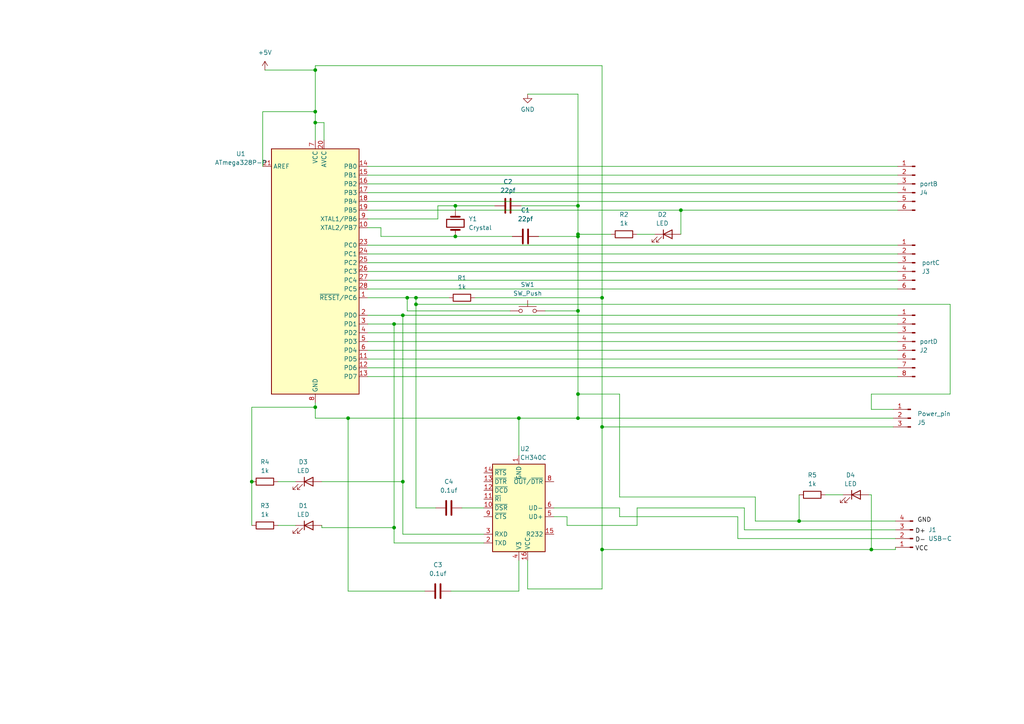
<source format=kicad_sch>
(kicad_sch (version 20230121) (generator eeschema)
  (paper "A4")
  (lib_symbols
    (symbol "Connector:Conn_01x03_Pin" (pin_names (offset 1.016) hide)
      (property "Reference" "J" (at 0 5.08 0))
      (property "Value" "Conn_01x03_Pin" (at 0 -5.08 0))
      (symbol "Conn_01x03_Pin_1_1"
        (polyline (pts (xy 1.27 -2.54) (xy 0.8636 -2.54)) (stroke (width 0.1524)))
        (polyline (pts (xy 1.27 0) (xy 0.8636 0)) (stroke (width 0.1524)))
        (polyline (pts (xy 1.27 2.54) (xy 0.8636 2.54)) (stroke (width 0.1524)))
        (rectangle (start 0.8636 -2.413) (end 0 -2.667) (stroke (width 0.1524)) (fill (type outline)))
        (rectangle (start 0.8636 0.127) (end 0 -0.127) (stroke (width 0.1524)) (fill (type outline)))
        (rectangle (start 0.8636 2.667) (end 0 2.413) (stroke (width 0.1524)) (fill (type outline)))
        (pin passive line (at 5.08 2.54 180) (length 3.81) (name "Pin_1") (number "1"))
        (pin passive line (at 5.08 0 180) (length 3.81) (name "Pin_2") (number "2"))
        (pin passive line (at 5.08 -2.54 180) (length 3.81) (name "Pin_3") (number "3"))
      )
    )
    (symbol "Connector:Conn_01x04_Pin" (pin_names (offset 1.016) hide)
      (property "Reference" "J" (at 0 5.08 0))
      (property "Value" "Conn_01x04_Pin" (at 0 -7.62 0))
      (symbol "Conn_01x04_Pin_1_1"
        (polyline (pts (xy 1.27 -5.08) (xy 0.8636 -5.08)) (stroke (width 0.1524)))
        (polyline (pts (xy 1.27 -2.54) (xy 0.8636 -2.54)) (stroke (width 0.1524)))
        (polyline (pts (xy 1.27 0) (xy 0.8636 0)) (stroke (width 0.1524)))
        (polyline (pts (xy 1.27 2.54) (xy 0.8636 2.54)) (stroke (width 0.1524)))
        (rectangle (start 0.8636 -4.953) (end 0 -5.207) (stroke (width 0.1524)) (fill (type outline)))
        (rectangle (start 0.8636 -2.413) (end 0 -2.667) (stroke (width 0.1524)) (fill (type outline)))
        (rectangle (start 0.8636 0.127) (end 0 -0.127) (stroke (width 0.1524)) (fill (type outline)))
        (rectangle (start 0.8636 2.667) (end 0 2.413) (stroke (width 0.1524)) (fill (type outline)))
        (pin passive line (at 5.08 2.54 180) (length 3.81) (name "Pin_1") (number "1"))
        (pin passive line (at 5.08 0 180) (length 3.81) (name "Pin_2") (number "2"))
        (pin passive line (at 5.08 -2.54 180) (length 3.81) (name "Pin_3") (number "3"))
        (pin passive line (at 5.08 -5.08 180) (length 3.81) (name "Pin_4") (number "4"))
      )
    )
    (symbol "Connector:Conn_01x06_Pin" (pin_names (offset 1.016) hide)
      (property "Reference" "J" (at 0 7.62 0))
      (property "Value" "Conn_01x06_Pin" (at 0 -10.16 0))
      (symbol "Conn_01x06_Pin_1_1"
        (polyline (pts (xy 1.27 -7.62) (xy 0.8636 -7.62)) (stroke (width 0.1524)))
        (polyline (pts (xy 1.27 -5.08) (xy 0.8636 -5.08)) (stroke (width 0.1524)))
        (polyline (pts (xy 1.27 -2.54) (xy 0.8636 -2.54)) (stroke (width 0.1524)))
        (polyline (pts (xy 1.27 0) (xy 0.8636 0)) (stroke (width 0.1524)))
        (polyline (pts (xy 1.27 2.54) (xy 0.8636 2.54)) (stroke (width 0.1524)))
        (polyline (pts (xy 1.27 5.08) (xy 0.8636 5.08)) (stroke (width 0.1524)))
        (rectangle (start 0.8636 -7.493) (end 0 -7.747) (stroke (width 0.1524)) (fill (type outline)))
        (rectangle (start 0.8636 -4.953) (end 0 -5.207) (stroke (width 0.1524)) (fill (type outline)))
        (rectangle (start 0.8636 -2.413) (end 0 -2.667) (stroke (width 0.1524)) (fill (type outline)))
        (rectangle (start 0.8636 0.127) (end 0 -0.127) (stroke (width 0.1524)) (fill (type outline)))
        (rectangle (start 0.8636 2.667) (end 0 2.413) (stroke (width 0.1524)) (fill (type outline)))
        (rectangle (start 0.8636 5.207) (end 0 4.953) (stroke (width 0.1524)) (fill (type outline)))
        (pin passive line (at 5.08 5.08 180) (length 3.81) (name "Pin_1") (number "1"))
        (pin passive line (at 5.08 2.54 180) (length 3.81) (name "Pin_2") (number "2"))
        (pin passive line (at 5.08 0 180) (length 3.81) (name "Pin_3") (number "3"))
        (pin passive line (at 5.08 -2.54 180) (length 3.81) (name "Pin_4") (number "4"))
        (pin passive line (at 5.08 -5.08 180) (length 3.81) (name "Pin_5") (number "5"))
        (pin passive line (at 5.08 -7.62 180) (length 3.81) (name "Pin_6") (number "6"))
      )
    )
    (symbol "Connector:Conn_01x08_Pin" (pin_names (offset 1.016) hide)
      (property "Reference" "J" (at 0 10.16 0))
      (property "Value" "Conn_01x08_Pin" (at 0 -12.7 0))
      (symbol "Conn_01x08_Pin_1_1"
        (polyline (pts (xy 1.27 -10.16) (xy 0.8636 -10.16)) (stroke (width 0.1524)))
        (polyline (pts (xy 1.27 -7.62) (xy 0.8636 -7.62)) (stroke (width 0.1524)))
        (polyline (pts (xy 1.27 -5.08) (xy 0.8636 -5.08)) (stroke (width 0.1524)))
        (polyline (pts (xy 1.27 -2.54) (xy 0.8636 -2.54)) (stroke (width 0.1524)))
        (polyline (pts (xy 1.27 0) (xy 0.8636 0)) (stroke (width 0.1524)))
        (polyline (pts (xy 1.27 2.54) (xy 0.8636 2.54)) (stroke (width 0.1524)))
        (polyline (pts (xy 1.27 5.08) (xy 0.8636 5.08)) (stroke (width 0.1524)))
        (polyline (pts (xy 1.27 7.62) (xy 0.8636 7.62)) (stroke (width 0.1524)))
        (rectangle (start 0.8636 -10.033) (end 0 -10.287) (stroke (width 0.1524)) (fill (type outline)))
        (rectangle (start 0.8636 -7.493) (end 0 -7.747) (stroke (width 0.1524)) (fill (type outline)))
        (rectangle (start 0.8636 -4.953) (end 0 -5.207) (stroke (width 0.1524)) (fill (type outline)))
        (rectangle (start 0.8636 -2.413) (end 0 -2.667) (stroke (width 0.1524)) (fill (type outline)))
        (rectangle (start 0.8636 0.127) (end 0 -0.127) (stroke (width 0.1524)) (fill (type outline)))
        (rectangle (start 0.8636 2.667) (end 0 2.413) (stroke (width 0.1524)) (fill (type outline)))
        (rectangle (start 0.8636 5.207) (end 0 4.953) (stroke (width 0.1524)) (fill (type outline)))
        (rectangle (start 0.8636 7.747) (end 0 7.493) (stroke (width 0.1524)) (fill (type outline)))
        (pin passive line (at 5.08 7.62 180) (length 3.81) (name "Pin_1") (number "1"))
        (pin passive line (at 5.08 5.08 180) (length 3.81) (name "Pin_2") (number "2"))
        (pin passive line (at 5.08 2.54 180) (length 3.81) (name "Pin_3") (number "3"))
        (pin passive line (at 5.08 0 180) (length 3.81) (name "Pin_4") (number "4"))
        (pin passive line (at 5.08 -2.54 180) (length 3.81) (name "Pin_5") (number "5"))
        (pin passive line (at 5.08 -5.08 180) (length 3.81) (name "Pin_6") (number "6"))
        (pin passive line (at 5.08 -7.62 180) (length 3.81) (name "Pin_7") (number "7"))
        (pin passive line (at 5.08 -10.16 180) (length 3.81) (name "Pin_8") (number "8"))
      )
    )
    (symbol "Device:C" (pin_numbers hide) (pin_names (offset 0.254))
      (property "Reference" "C" (at 0.635 2.54 0))
      (property "Value" "C" (at 0.635 -2.54 0))
      (symbol "C_0_1"
        (polyline (pts (xy -2.032 -0.762) (xy 2.032 -0.762)) (stroke (width 0.508)))
        (polyline (pts (xy -2.032 0.762) (xy 2.032 0.762)) (stroke (width 0.508)))
      )
      (symbol "C_1_1"
        (pin passive line (at 0 3.81 270) (length 2.794) (name "~") (number "1"))
        (pin passive line (at 0 -3.81 90) (length 2.794) (name "~") (number "2"))
      )
    )
    (symbol "Device:Crystal" (pin_numbers hide) (pin_names (offset 1.016) hide)
      (property "Reference" "Y" (at 0 3.81 0))
      (property "Value" "Crystal" (at 0 -3.81 0))
      (symbol "Crystal_0_1"
        (rectangle (start -1.143 2.54) (end 1.143 -2.54) (stroke (width 0.3048)))
        (polyline (pts (xy -2.54 0) (xy -1.905 0)))
        (polyline (pts (xy -1.905 -1.27) (xy -1.905 1.27)) (stroke (width 0.508)))
        (polyline (pts (xy 1.905 -1.27) (xy 1.905 1.27)) (stroke (width 0.508)))
        (polyline (pts (xy 2.54 0) (xy 1.905 0)))
      )
      (symbol "Crystal_1_1"
        (pin passive line (at -3.81 0 0) (length 1.27) (name "1") (number "1"))
        (pin passive line (at 3.81 0 180) (length 1.27) (name "2") (number "2"))
      )
    )
    (symbol "Device:LED" (pin_numbers hide) (pin_names (offset 1.016) hide)
      (property "Reference" "D" (at 0 2.54 0))
      (property "Value" "LED" (at 0 -2.54 0))
      (symbol "LED_0_1"
        (polyline (pts (xy -1.27 -1.27) (xy -1.27 1.27)) (stroke (width 0.254)))
        (polyline (pts (xy -1.27 0) (xy 1.27 0)))
        (polyline (pts (xy 1.27 -1.27) (xy 1.27 1.27) (xy -1.27 0) (xy 1.27 -1.27)) (stroke (width 0.254)))
        (polyline (pts (xy -3.048 -0.762) (xy -4.572 -2.286) (xy -3.81 -2.286) (xy -4.572 -2.286) (xy -4.572 -1.524)))
        (polyline (pts (xy -1.778 -0.762) (xy -3.302 -2.286) (xy -2.54 -2.286) (xy -3.302 -2.286) (xy -3.302 -1.524)))
      )
      (symbol "LED_1_1"
        (pin passive line (at -3.81 0 0) (length 2.54) (name "K") (number "1"))
        (pin passive line (at 3.81 0 180) (length 2.54) (name "A") (number "2"))
      )
    )
    (symbol "Device:R" (pin_numbers hide) (pin_names (offset 0))
      (property "Reference" "R" (at 2.032 0 90))
      (property "Value" "R" (at 0 0 90))
      (symbol "R_0_1"
        (rectangle (start -1.016 -2.54) (end 1.016 2.54) (stroke (width 0.254)))
      )
      (symbol "R_1_1"
        (pin passive line (at 0 3.81 270) (length 1.27) (name "~") (number "1"))
        (pin passive line (at 0 -3.81 90) (length 1.27) (name "~") (number "2"))
      )
    )
    (symbol "Interface_USB:CH340C"
      (property "Reference" "U" (at -5.08 13.97 0))
      (property "Value" "CH340C" (at 1.27 13.97 0))
      (symbol "CH340C_0_1"
        (rectangle (start -7.62 12.7) (end 7.62 -12.7) (stroke (width 0.254)) (fill (type background)))
      )
      (symbol "CH340C_1_1"
        (pin power_in line (at 0 -15.24 90) (length 2.54) (name "GND") (number "1"))
        (pin input line (at 10.16 0 180) (length 2.54) (name "~{DSR}") (number "10"))
        (pin input line (at 10.16 -2.54 180) (length 2.54) (name "~{RI}") (number "11"))
        (pin input line (at 10.16 -5.08 180) (length 2.54) (name "~{DCD}") (number "12"))
        (pin output line (at 10.16 -7.62 180) (length 2.54) (name "~{DTR}") (number "13"))
        (pin output line (at 10.16 -10.16 180) (length 2.54) (name "~{RTS}") (number "14"))
        (pin input line (at -10.16 7.62 0) (length 2.54) (name "R232") (number "15"))
        (pin power_in line (at -2.54 15.24 270) (length 2.54) (name "VCC") (number "16"))
        (pin output line (at 10.16 10.16 180) (length 2.54) (name "TXD") (number "2"))
        (pin input line (at 10.16 7.62 180) (length 2.54) (name "RXD") (number "3"))
        (pin power_out line (at 0 15.24 270) (length 2.54) (name "V3") (number "4"))
        (pin bidirectional line (at -10.16 2.54 0) (length 2.54) (name "UD+") (number "5"))
        (pin bidirectional line (at -10.16 0 0) (length 2.54) (name "UD-") (number "6"))
        (pin no_connect line (at -7.62 -5.08 0) (length 2.54) hide (name "NC") (number "7"))
        (pin output line (at -10.16 -7.62 0) (length 2.54) (name "~{OUT}/~{DTR}") (number "8"))
        (pin input line (at 10.16 2.54 180) (length 2.54) (name "~{CTS}") (number "9"))
      )
    )
    (symbol "MCU_Microchip_ATmega:ATmega328P-P"
      (property "Reference" "U" (at -12.7 36.83 0))
      (property "Value" "ATmega328P-P" (at 2.54 -36.83 0))
      (symbol "ATmega328P-P_0_1"
        (rectangle (start -12.7 -35.56) (end 12.7 35.56) (stroke (width 0.254)) (fill (type background)))
      )
      (symbol "ATmega328P-P_1_1"
        (pin bidirectional line (at 15.24 -7.62 180) (length 2.54) (name "~{RESET}/PC6") (number "1"))
        (pin bidirectional line (at 15.24 12.7 180) (length 2.54) (name "XTAL2/PB7") (number "10"))
        (pin bidirectional line (at 15.24 -25.4 180) (length 2.54) (name "PD5") (number "11"))
        (pin bidirectional line (at 15.24 -27.94 180) (length 2.54) (name "PD6") (number "12"))
        (pin bidirectional line (at 15.24 -30.48 180) (length 2.54) (name "PD7") (number "13"))
        (pin bidirectional line (at 15.24 30.48 180) (length 2.54) (name "PB0") (number "14"))
        (pin bidirectional line (at 15.24 27.94 180) (length 2.54) (name "PB1") (number "15"))
        (pin bidirectional line (at 15.24 25.4 180) (length 2.54) (name "PB2") (number "16"))
        (pin bidirectional line (at 15.24 22.86 180) (length 2.54) (name "PB3") (number "17"))
        (pin bidirectional line (at 15.24 20.32 180) (length 2.54) (name "PB4") (number "18"))
        (pin bidirectional line (at 15.24 17.78 180) (length 2.54) (name "PB5") (number "19"))
        (pin bidirectional line (at 15.24 -12.7 180) (length 2.54) (name "PD0") (number "2"))
        (pin power_in line (at 2.54 38.1 270) (length 2.54) (name "AVCC") (number "20"))
        (pin passive line (at -15.24 30.48 0) (length 2.54) (name "AREF") (number "21"))
        (pin passive line (at 0 -38.1 90) (length 2.54) hide (name "GND") (number "22"))
        (pin bidirectional line (at 15.24 7.62 180) (length 2.54) (name "PC0") (number "23"))
        (pin bidirectional line (at 15.24 5.08 180) (length 2.54) (name "PC1") (number "24"))
        (pin bidirectional line (at 15.24 2.54 180) (length 2.54) (name "PC2") (number "25"))
        (pin bidirectional line (at 15.24 0 180) (length 2.54) (name "PC3") (number "26"))
        (pin bidirectional line (at 15.24 -2.54 180) (length 2.54) (name "PC4") (number "27"))
        (pin bidirectional line (at 15.24 -5.08 180) (length 2.54) (name "PC5") (number "28"))
        (pin bidirectional line (at 15.24 -15.24 180) (length 2.54) (name "PD1") (number "3"))
        (pin bidirectional line (at 15.24 -17.78 180) (length 2.54) (name "PD2") (number "4"))
        (pin bidirectional line (at 15.24 -20.32 180) (length 2.54) (name "PD3") (number "5"))
        (pin bidirectional line (at 15.24 -22.86 180) (length 2.54) (name "PD4") (number "6"))
        (pin power_in line (at 0 38.1 270) (length 2.54) (name "VCC") (number "7"))
        (pin power_in line (at 0 -38.1 90) (length 2.54) (name "GND") (number "8"))
        (pin bidirectional line (at 15.24 15.24 180) (length 2.54) (name "XTAL1/PB6") (number "9"))
      )
    )
    (symbol "Switch:SW_Push" (pin_numbers hide) (pin_names (offset 1.016) hide)
      (property "Reference" "SW" (at 1.27 2.54 0))
      (property "Value" "SW_Push" (at 0 -1.524 0))
      (symbol "SW_Push_0_1"
        (circle (center -2.032 0) (radius 0.508))
        (polyline (pts (xy 0 1.27) (xy 0 3.048)))
        (polyline (pts (xy 2.54 1.27) (xy -2.54 1.27)))
        (circle (center 2.032 0) (radius 0.508))
        (pin passive line (at -5.08 0 0) (length 2.54) (name "1") (number "1"))
        (pin passive line (at 5.08 0 180) (length 2.54) (name "2") (number "2"))
      )
    )
    (symbol "power:+5V" (power) (pin_names (offset 0))
      (property "Value" "+5V" (at 0 3.556 0))
      (symbol "+5V_0_1"
        (polyline (pts (xy -0.762 1.27) (xy 0 2.54)))
        (polyline (pts (xy 0 0) (xy 0 2.54)))
        (polyline (pts (xy 0 2.54) (xy 0.762 1.27)))
      )
      (symbol "+5V_1_1"
        (pin power_in line (at 0 0 90) (length 0) hide (name "+5V") (number "1"))
      )
    )
    (symbol "power:GND" (power) (pin_names (offset 0))
      (property "Value" "GND" (at 0 -3.81 0))
      (symbol "GND_0_1"
        (polyline (pts (xy 0 0) (xy 0 -1.27) (xy 1.27 -1.27) (xy 0 -2.54) (xy -1.27 -1.27) (xy 0 -1.27)))
      )
      (symbol "GND_1_1"
        (pin power_in line (at 0 0 270) (length 0) hide (name "GND") (number "1"))
      )
    )
  )
  (junction (at 118.11 86.36))
  (junction (at 116.84 139.7))
  (junction (at 252.73 159.385))
  (junction (at 100.965 121.285))
  (junction (at 174.625 86.36))
  (junction (at 91.44 118.11))
  (junction (at 167.64 67.945))
  (junction (at 73.025 139.7))
  (junction (at 167.64 114.3))
  (junction (at 174.625 123.825))
  (junction (at 167.64 90.17))
  (junction (at 167.64 121.285))
  (junction (at 174.625 159.385))
  (junction (at 91.44 20.32))
  (junction (at 167.64 68.58))
  (junction (at 132.08 68.58))
  (junction (at 120.65 88.265))
  (junction (at 150.495 121.285))
  (junction (at 132.08 59.69))
  (junction (at 197.485 60.96))
  (junction (at 114.3 93.98))
  (junction (at 116.84 91.44))
  (junction (at 91.44 35.56))
  (junction (at 91.44 32.385))
  (junction (at 114.3 153.035))
  (junction (at 231.775 151.13))
  (junction (at 120.65 86.36))
  (junction (at 167.64 59.69))
  (wire (pts (xy 114.3 157.48) (xy 114.3 153.035)))
  (wire (pts (xy 184.785 67.945) (xy 189.865 67.945)))
  (wire (pts (xy 114.3 93.98) (xy 260.35 93.98)))
  (wire (pts (xy 106.68 78.74) (xy 260.35 78.74)))
  (wire (pts (xy 239.395 143.51) (xy 244.475 143.51)))
  (wire (pts (xy 106.68 76.2) (xy 260.35 76.2)))
  (wire (pts (xy 167.64 114.3) (xy 167.64 121.285)))
  (wire (pts (xy 127 63.5) (xy 127 59.69)))
  (wire (pts (xy 153.035 170.815) (xy 174.625 170.815)))
  (wire (pts (xy 179.705 114.3) (xy 167.64 114.3)))
  (wire (pts (xy 110.49 66.04) (xy 106.68 66.04)))
  (wire (pts (xy 259.715 158.75) (xy 259.715 159.385)))
  (wire (pts (xy 174.625 123.825) (xy 259.08 123.825)))
  (wire (pts (xy 120.65 86.36) (xy 120.65 88.265)))
  (wire (pts (xy 259.715 151.13) (xy 231.775 151.13)))
  (wire (pts (xy 100.965 121.285) (xy 100.965 171.45)))
  (wire (pts (xy 106.68 101.6) (xy 260.35 101.6)))
  (wire (pts (xy 100.965 171.45) (xy 123.19 171.45)))
  (wire (pts (xy 106.68 58.42) (xy 260.35 58.42)))
  (wire (pts (xy 197.485 60.96) (xy 197.485 67.945)))
  (wire (pts (xy 156.21 68.58) (xy 167.64 68.58)))
  (wire (pts (xy 118.11 90.17) (xy 118.11 86.36)))
  (wire (pts (xy 91.44 118.11) (xy 91.44 121.285)))
  (wire (pts (xy 106.68 55.88) (xy 260.35 55.88)))
  (wire (pts (xy 114.3 157.48) (xy 140.335 157.48)))
  (wire (pts (xy 80.645 152.4) (xy 85.725 152.4)))
  (wire (pts (xy 167.64 27.305) (xy 167.64 59.69)))
  (wire (pts (xy 167.64 67.945) (xy 177.165 67.945)))
  (wire (pts (xy 106.68 96.52) (xy 260.35 96.52)))
  (wire (pts (xy 184.785 147.32) (xy 184.785 152.4)))
  (wire (pts (xy 179.705 149.86) (xy 179.705 147.32)))
  (wire (pts (xy 93.345 153.035) (xy 93.345 152.4)))
  (wire (pts (xy 219.075 151.13) (xy 219.075 144.145)))
  (wire (pts (xy 91.44 32.385) (xy 91.44 35.56)))
  (wire (pts (xy 106.68 73.66) (xy 260.35 73.66)))
  (wire (pts (xy 174.625 86.36) (xy 174.625 123.825)))
  (wire (pts (xy 120.65 88.265) (xy 120.65 147.32)))
  (wire (pts (xy 252.73 143.51) (xy 252.095 143.51)))
  (wire (pts (xy 93.345 139.7) (xy 116.84 139.7)))
  (wire (pts (xy 174.625 159.385) (xy 174.625 170.815)))
  (wire (pts (xy 174.625 19.05) (xy 91.44 19.05)))
  (wire (pts (xy 151.13 59.69) (xy 167.64 59.69)))
  (wire (pts (xy 259.715 159.385) (xy 252.73 159.385)))
  (wire (pts (xy 158.115 90.17) (xy 167.64 90.17)))
  (wire (pts (xy 213.995 149.86) (xy 213.995 156.21)))
  (wire (pts (xy 174.625 19.05) (xy 174.625 86.36)))
  (wire (pts (xy 213.995 156.21) (xy 259.715 156.21)))
  (wire (pts (xy 73.025 139.7) (xy 73.025 152.4)))
  (wire (pts (xy 231.775 151.13) (xy 219.075 151.13)))
  (wire (pts (xy 80.645 139.7) (xy 85.725 139.7)))
  (wire (pts (xy 106.68 48.26) (xy 260.35 48.26)))
  (wire (pts (xy 76.2 48.26) (xy 76.2 32.385)))
  (wire (pts (xy 116.84 139.7) (xy 116.84 91.44)))
  (wire (pts (xy 147.955 90.17) (xy 118.11 90.17)))
  (wire (pts (xy 91.44 20.32) (xy 91.44 32.385)))
  (wire (pts (xy 76.2 32.385) (xy 91.44 32.385)))
  (wire (pts (xy 167.64 121.285) (xy 259.08 121.285)))
  (wire (pts (xy 120.65 88.265) (xy 275.59 88.265)))
  (wire (pts (xy 215.9 147.32) (xy 184.785 147.32)))
  (wire (pts (xy 76.835 20.32) (xy 91.44 20.32)))
  (wire (pts (xy 120.65 147.32) (xy 126.365 147.32)))
  (wire (pts (xy 132.08 68.58) (xy 110.49 68.58)))
  (wire (pts (xy 106.68 99.06) (xy 260.35 99.06)))
  (wire (pts (xy 116.84 91.44) (xy 260.35 91.44)))
  (wire (pts (xy 252.73 114.3) (xy 252.73 118.745)))
  (wire (pts (xy 116.84 154.94) (xy 116.84 139.7)))
  (wire (pts (xy 179.705 147.32) (xy 160.655 147.32)))
  (wire (pts (xy 167.64 67.945) (xy 167.64 68.58)))
  (wire (pts (xy 93.98 35.56) (xy 91.44 35.56)))
  (wire (pts (xy 91.44 19.05) (xy 91.44 20.32)))
  (wire (pts (xy 215.9 153.67) (xy 259.715 153.67)))
  (wire (pts (xy 219.075 144.145) (xy 179.705 144.145)))
  (wire (pts (xy 167.64 90.17) (xy 167.64 114.3)))
  (wire (pts (xy 114.3 153.035) (xy 114.3 93.98)))
  (wire (pts (xy 150.495 162.56) (xy 150.495 171.45)))
  (wire (pts (xy 275.59 88.265) (xy 275.59 114.3)))
  (wire (pts (xy 132.08 60.96) (xy 132.08 59.69)))
  (wire (pts (xy 91.44 121.285) (xy 100.965 121.285)))
  (wire (pts (xy 252.73 118.745) (xy 259.08 118.745)))
  (wire (pts (xy 106.68 93.98) (xy 114.3 93.98)))
  (wire (pts (xy 132.08 68.58) (xy 148.59 68.58)))
  (wire (pts (xy 231.775 143.51) (xy 231.775 151.13)))
  (wire (pts (xy 100.965 121.285) (xy 150.495 121.285)))
  (wire (pts (xy 179.705 114.3) (xy 179.705 144.145)))
  (wire (pts (xy 213.995 149.86) (xy 179.705 149.86)))
  (wire (pts (xy 110.49 68.58) (xy 110.49 66.04)))
  (wire (pts (xy 106.68 104.14) (xy 260.35 104.14)))
  (wire (pts (xy 106.68 63.5) (xy 127 63.5)))
  (wire (pts (xy 93.98 40.64) (xy 93.98 35.56)))
  (wire (pts (xy 215.9 147.32) (xy 215.9 153.67)))
  (wire (pts (xy 106.68 83.82) (xy 260.35 83.82)))
  (wire (pts (xy 140.335 154.94) (xy 116.84 154.94)))
  (wire (pts (xy 106.68 91.44) (xy 116.84 91.44)))
  (wire (pts (xy 150.495 121.285) (xy 167.64 121.285)))
  (wire (pts (xy 118.11 86.36) (xy 120.65 86.36)))
  (wire (pts (xy 133.985 147.32) (xy 140.335 147.32)))
  (wire (pts (xy 167.64 27.305) (xy 153.035 27.305)))
  (wire (pts (xy 164.465 152.4) (xy 164.465 149.86)))
  (wire (pts (xy 174.625 123.825) (xy 174.625 159.385)))
  (wire (pts (xy 127 59.69) (xy 132.08 59.69)))
  (wire (pts (xy 132.08 59.69) (xy 143.51 59.69)))
  (wire (pts (xy 120.65 86.36) (xy 130.175 86.36)))
  (wire (pts (xy 106.68 81.28) (xy 260.35 81.28)))
  (wire (pts (xy 153.035 162.56) (xy 153.035 170.815)))
  (wire (pts (xy 106.68 106.68) (xy 260.35 106.68)))
  (wire (pts (xy 252.73 159.385) (xy 174.625 159.385)))
  (wire (pts (xy 106.68 60.96) (xy 197.485 60.96)))
  (wire (pts (xy 106.68 109.22) (xy 260.35 109.22)))
  (wire (pts (xy 150.495 121.285) (xy 150.495 132.08)))
  (wire (pts (xy 252.73 159.385) (xy 252.73 143.51)))
  (wire (pts (xy 106.68 71.12) (xy 260.35 71.12)))
  (wire (pts (xy 106.68 50.8) (xy 260.35 50.8)))
  (wire (pts (xy 137.795 86.36) (xy 174.625 86.36)))
  (wire (pts (xy 184.785 152.4) (xy 164.465 152.4)))
  (wire (pts (xy 106.68 86.36) (xy 118.11 86.36)))
  (wire (pts (xy 150.495 171.45) (xy 130.81 171.45)))
  (wire (pts (xy 197.485 60.96) (xy 260.35 60.96)))
  (wire (pts (xy 275.59 114.3) (xy 252.73 114.3)))
  (wire (pts (xy 167.64 59.69) (xy 167.64 67.945)))
  (wire (pts (xy 91.44 35.56) (xy 91.44 40.64)))
  (wire (pts (xy 167.64 68.58) (xy 167.64 90.17)))
  (wire (pts (xy 91.44 116.84) (xy 91.44 118.11)))
  (wire (pts (xy 164.465 149.86) (xy 160.655 149.86)))
  (wire (pts (xy 73.025 118.11) (xy 91.44 118.11)))
  (wire (pts (xy 114.3 153.035) (xy 93.345 153.035)))
  (wire (pts (xy 73.025 139.7) (xy 73.025 118.11)))
  (wire (pts (xy 106.68 53.34) (xy 260.35 53.34)))
  (label "VCC" (at 265.43 160.02 0))
  (label "GND" (at 266.065 151.765 0))
  (label "D+" (at 265.43 154.94 0))
  (label "D-" (at 265.43 157.48 0))
  (symbol (lib_id "Device:R") (at 235.585 143.51 90) (unit 1)
    (property "Reference" "R5" (at 235.585 137.795 90))
    (property "Value" "1k" (at 235.585 140.335 90))
    (property "Footprint" "Resistor_SMD:R_1206_3216Metric_Pad1.30x1.75mm_HandSolder" (effects hide))
  )
  (symbol (lib_id "Interface_USB:CH340C") (at 150.495 147.32 180) (unit 1)
    (property "Reference" "U2" (at 150.8409 130.175 0) (effects (justify right)))
    (property "Value" "CH340C" (at 150.8409 132.715 0) (effects (justify right)))
    (property "Footprint" "Package_SO:SOIC-16_3.9x9.9mm_P1.27mm" (effects hide))
    (property "Datasheet" "https://datasheet.lcsc.com/szlcsc/Jiangsu-Qin-Heng-CH340C_C84681.pdf" (effects hide))
  )
  (symbol (lib_id "power:GND") (at 153.035 27.305 0) (unit 1)
    (property "Reference" "#PWR01" (effects hide))
    (property "Value" "GND" (at 153.035 31.75 0))
  )
  (symbol (lib_id "Device:R") (at 180.975 67.945 90) (unit 1)
    (property "Reference" "R2" (at 180.975 62.23 90))
    (property "Value" "1k" (at 180.975 64.77 90))
    (property "Footprint" "Resistor_SMD:R_1206_3216Metric_Pad1.30x1.75mm_HandSolder" (effects hide))
  )
  (symbol (lib_id "Connector:Conn_01x04_Pin") (at 264.795 156.21 180) (unit 1)
    (property "Reference" "J1" (at 269.24 153.67 0) (effects (justify right)))
    (property "Value" "USB-C" (at 269.24 156.21 0) (effects (justify right)))
    (property "Footprint" "Connector_PinHeader_2.54mm:PinHeader_1x04_P2.54mm_Horizontal" (effects hide))
  )
  (symbol (lib_id "Device:LED") (at 248.285 143.51 0) (unit 1)
    (property "Reference" "D4" (at 246.6975 137.795 0))
    (property "Value" "LED" (at 246.6975 140.335 0))
    (property "Footprint" "LED_SMD:LED_1206_3216Metric_Pad1.42x1.75mm_HandSolder" (effects hide))
  )
  (symbol (lib_id "Device:C") (at 130.175 147.32 270) (unit 1)
    (property "Reference" "C4" (at 130.175 139.7 90))
    (property "Value" "0.1uf" (at 130.175 142.24 90))
    (property "Footprint" "Capacitor_SMD:C_1206_3216Metric_Pad1.33x1.80mm_HandSolder" (effects hide))
  )
  (symbol (lib_id "Connector:Conn_01x08_Pin") (at 265.43 99.06 0) (mirror y) (unit 1)
    (property "Reference" "J2" (at 266.7 101.6 0) (effects (justify right)))
    (property "Value" "portD" (at 266.7 99.06 0) (effects (justify right)))
    (property "Footprint" "Connector_PinHeader_2.54mm:PinHeader_1x08_P2.54mm_Horizontal" (effects hide))
  )
  (symbol (lib_id "power:+5V") (at 76.835 20.32 0) (unit 1)
    (property "Reference" "#PWR02" (effects hide))
    (property "Value" "+5V" (at 76.835 15.24 0))
  )
  (symbol (lib_id "MCU_Microchip_ATmega:ATmega328P-P") (at 91.44 78.74 0) (unit 1)
    (property "Reference" "U1" (at 69.85 44.6121 0))
    (property "Value" "ATmega328P-P" (at 69.85 47.1521 0))
    (property "Footprint" "Package_QFP:TQFP-32_7x7mm_P0.8mm" (effects hide))
    (property "Datasheet" "http://ww1.microchip.com/downloads/en/DeviceDoc/ATmega328_P%20AVR%20MCU%20with%20picoPower%20Technology%20Data%20Sheet%2040001984A.pdf" (effects hide))
  )
  (symbol (lib_id "Device:C") (at 152.4 68.58 270) (unit 1)
    (property "Reference" "C1" (at 152.4 60.96 90))
    (property "Value" "22pf" (at 152.4 63.5 90))
    (property "Footprint" "Capacitor_SMD:C_1206_3216Metric_Pad1.33x1.80mm_HandSolder" (effects hide))
  )
  (symbol (lib_id "Connector:Conn_01x03_Pin") (at 264.16 121.285 0) (mirror y) (unit 1)
    (property "Reference" "J5" (at 266.065 122.555 0) (effects (justify right)))
    (property "Value" "Power_pin" (at 266.065 120.015 0) (effects (justify right)))
    (property "Footprint" "Connector_PinHeader_2.54mm:PinHeader_1x03_P2.54mm_Horizontal" (effects hide))
  )
  (symbol (lib_id "Device:R") (at 76.835 152.4 90) (unit 1)
    (property "Reference" "R3" (at 76.835 146.685 90))
    (property "Value" "1k" (at 76.835 149.225 90))
    (property "Footprint" "Resistor_SMD:R_1206_3216Metric_Pad1.30x1.75mm_HandSolder" (effects hide))
  )
  (symbol (lib_id "Device:C") (at 127 171.45 270) (unit 1)
    (property "Reference" "C3" (at 127 163.83 90))
    (property "Value" "0.1uf" (at 127 166.37 90))
    (property "Footprint" "Capacitor_SMD:C_1206_3216Metric_Pad1.33x1.80mm_HandSolder" (effects hide))
  )
  (symbol (lib_id "Device:LED") (at 193.675 67.945 0) (unit 1)
    (property "Reference" "D2" (at 192.0875 62.23 0))
    (property "Value" "LED" (at 192.0875 64.77 0))
    (property "Footprint" "LED_SMD:LED_1206_3216Metric_Pad1.42x1.75mm_HandSolder" (effects hide))
  )
  (symbol (lib_id "Switch:SW_Push") (at 153.035 90.17 0) (unit 1)
    (property "Reference" "SW1" (at 153.035 82.55 0))
    (property "Value" "SW_Push" (at 153.035 85.09 0))
    (property "Footprint" "Button_Switch_SMD:Nidec_Copal_SH-7040B" (effects hide))
  )
  (symbol (lib_id "Connector:Conn_01x06_Pin") (at 265.43 53.34 0) (mirror y) (unit 1)
    (property "Reference" "J4" (at 266.7 55.88 0) (effects (justify right)))
    (property "Value" "portB" (at 266.7 53.34 0) (effects (justify right)))
    (property "Footprint" "Connector_PinHeader_2.54mm:PinHeader_1x06_P2.54mm_Horizontal" (effects hide))
  )
  (symbol (lib_id "Connector:Conn_01x06_Pin") (at 265.43 76.2 0) (mirror y) (unit 1)
    (property "Reference" "J3" (at 267.335 78.74 0) (effects (justify right)))
    (property "Value" "portC" (at 267.335 76.2 0) (effects (justify right)))
    (property "Footprint" "Connector_PinHeader_2.54mm:PinHeader_1x06_P2.54mm_Horizontal" (effects hide))
  )
  (symbol (lib_id "Device:R") (at 133.985 86.36 90) (unit 1)
    (property "Reference" "R1" (at 133.985 80.645 90))
    (property "Value" "1k" (at 133.985 83.185 90))
    (property "Footprint" "Resistor_SMD:R_1206_3216Metric_Pad1.30x1.75mm_HandSolder" (effects hide))
  )
  (symbol (lib_id "Device:Crystal") (at 132.08 64.77 270) (unit 1)
    (property "Reference" "Y1" (at 135.89 63.5 90) (effects (justify left)))
    (property "Value" "Crystal" (at 135.89 66.04 90) (effects (justify left)))
    (property "Footprint" "Crystal:Resonator-2Pin_W10.0mm_H5.0mm" (effects hide))
  )
  (symbol (lib_id "Device:LED") (at 89.535 152.4 0) (unit 1)
    (property "Reference" "D1" (at 87.9475 146.685 0))
    (property "Value" "LED" (at 87.9475 149.225 0))
    (property "Footprint" "LED_SMD:LED_1206_3216Metric_Pad1.42x1.75mm_HandSolder" (effects hide))
  )
  (symbol (lib_id "Device:R") (at 76.835 139.7 90) (unit 1)
    (property "Reference" "R4" (at 76.835 133.985 90))
    (property "Value" "1k" (at 76.835 136.525 90))
    (property "Footprint" "Resistor_SMD:R_1206_3216Metric_Pad1.30x1.75mm_HandSolder" (effects hide))
  )
  (symbol (lib_id "Device:C") (at 147.32 59.69 90) (unit 1)
    (property "Reference" "C2" (at 147.32 52.705 90))
    (property "Value" "22pf" (at 147.32 55.245 90))
    (property "Footprint" "Capacitor_SMD:C_1206_3216Metric_Pad1.33x1.80mm_HandSolder" (effects hide))
  )
  (symbol (lib_id "Device:LED") (at 89.535 139.7 0) (unit 1)
    (property "Reference" "D3" (at 87.9475 133.985 0))
    (property "Value" "LED" (at 87.9475 136.525 0))
    (property "Footprint" "LED_SMD:LED_1206_3216Metric_Pad1.42x1.75mm_HandSolder" (effects hide))
  )
)
</source>
